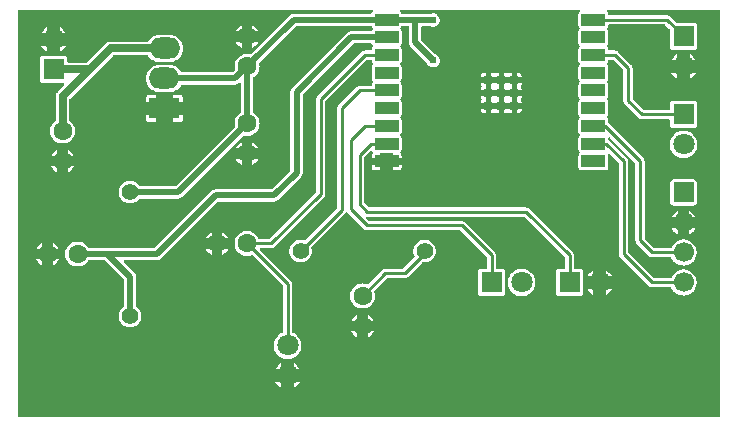
<source format=gtl>
G04 Layer: TopLayer*
G04 EasyEDA v6.5.40, 2024-08-20 21:44:02*
G04 Gerber Generator version 0.2*
G04 Scale: 100 percent, Rotated: No, Reflected: No *
G04 Dimensions in inches *
G04 leading zeros omitted , absolute positions ,3 integer and 6 decimal *
%FSLAX36Y36*%
%MOIN*%

%ADD10C,0.0200*%
%ADD11C,0.0250*%
%ADD12C,0.0100*%
%ADD13R,0.0787X0.0394*%
%ADD14R,0.0276X0.0276*%
%ADD15C,0.0630*%
%ADD16C,0.0709*%
%ADD17R,0.0709X0.0709*%
%ADD18R,0.0669X0.0669*%
%ADD19C,0.0669*%
%ADD20C,0.0551*%
%ADD21O,0.10236200000000001X0.070866*%
%ADD22R,0.1024X0.0709*%
%ADD23C,0.0244*%
%ADD24C,0.0171*%

%LPD*%
G36*
X14200Y-1367760D02*
G01*
X12660Y-1367440D01*
X11379Y-1366579D01*
X10500Y-1365280D01*
X10200Y-1363760D01*
X10200Y-14200D01*
X10500Y-12660D01*
X11379Y-11379D01*
X12660Y-10500D01*
X14200Y-10200D01*
X1191080Y-10200D01*
X1192600Y-10500D01*
X1193900Y-11379D01*
X1194780Y-12660D01*
X1195080Y-14200D01*
X1194780Y-15740D01*
X1193900Y-17020D01*
X1193180Y-17740D01*
X1191980Y-19680D01*
X1191540Y-20900D01*
X1190700Y-22300D01*
X1189380Y-23240D01*
X1187780Y-23580D01*
X931300Y-23580D01*
X929460Y-23660D01*
X927720Y-23900D01*
X926000Y-24280D01*
X924320Y-24800D01*
X922680Y-25480D01*
X921120Y-26280D01*
X919640Y-27240D01*
X918240Y-28300D01*
X916880Y-29560D01*
X788060Y-158380D01*
X787000Y-159140D01*
X785759Y-159500D01*
X784460Y-159460D01*
X780440Y-158660D01*
X775000Y-158320D01*
X769560Y-158660D01*
X764220Y-159740D01*
X759040Y-161480D01*
X754160Y-163900D01*
X749620Y-166920D01*
X745520Y-170520D01*
X741919Y-174620D01*
X738900Y-179160D01*
X736480Y-184040D01*
X734740Y-189220D01*
X733660Y-194560D01*
X733319Y-200000D01*
X733660Y-205440D01*
X734460Y-209460D01*
X734500Y-210760D01*
X734140Y-212000D01*
X733379Y-213060D01*
X727800Y-218640D01*
X726500Y-219500D01*
X724960Y-219820D01*
X558780Y-219820D01*
X557380Y-219560D01*
X556160Y-218840D01*
X555280Y-217740D01*
X554080Y-215560D01*
X550700Y-210920D01*
X546780Y-206740D01*
X542380Y-203100D01*
X537540Y-200020D01*
X532340Y-197580D01*
X526900Y-195820D01*
X521280Y-194740D01*
X515420Y-194380D01*
X484180Y-194380D01*
X478340Y-194740D01*
X472720Y-195820D01*
X467260Y-197580D01*
X462080Y-200020D01*
X457239Y-203100D01*
X452819Y-206740D01*
X448900Y-210920D01*
X445540Y-215560D01*
X442780Y-220580D01*
X440660Y-225900D01*
X439240Y-231460D01*
X438519Y-237140D01*
X438519Y-242860D01*
X439240Y-248560D01*
X440660Y-254100D01*
X442780Y-259440D01*
X445540Y-264460D01*
X448900Y-269080D01*
X452819Y-273260D01*
X457239Y-276920D01*
X462080Y-279980D01*
X467260Y-282420D01*
X472720Y-284200D01*
X478340Y-285280D01*
X484180Y-285640D01*
X515420Y-285640D01*
X521280Y-285280D01*
X526900Y-284200D01*
X532340Y-282420D01*
X537540Y-279980D01*
X542380Y-276920D01*
X546780Y-273260D01*
X550700Y-269080D01*
X554080Y-264460D01*
X555260Y-262280D01*
X556160Y-261180D01*
X557380Y-260460D01*
X558780Y-260219D01*
X734900Y-260219D01*
X736760Y-260120D01*
X738500Y-259899D01*
X740220Y-259520D01*
X741900Y-258980D01*
X743520Y-258320D01*
X745080Y-257500D01*
X746540Y-256580D01*
X748300Y-255159D01*
X749620Y-254480D01*
X751100Y-254300D01*
X752540Y-254680D01*
X753740Y-255580D01*
X754520Y-256840D01*
X754800Y-258299D01*
X754800Y-351320D01*
X754580Y-352620D01*
X753980Y-353760D01*
X753020Y-354660D01*
X749620Y-356920D01*
X745520Y-360520D01*
X741919Y-364620D01*
X738900Y-369159D01*
X736480Y-374040D01*
X734740Y-379219D01*
X733660Y-384560D01*
X733319Y-390000D01*
X733660Y-395439D01*
X734460Y-399460D01*
X734500Y-400760D01*
X734140Y-402000D01*
X733379Y-403060D01*
X537800Y-598620D01*
X536500Y-599500D01*
X534980Y-599800D01*
X420080Y-599800D01*
X418740Y-599560D01*
X417540Y-598900D01*
X416659Y-597880D01*
X415840Y-596540D01*
X412580Y-592540D01*
X408820Y-589020D01*
X404620Y-586060D01*
X400040Y-583680D01*
X395180Y-581960D01*
X390140Y-580900D01*
X385000Y-580560D01*
X379860Y-580900D01*
X374820Y-581960D01*
X369960Y-583680D01*
X365379Y-586060D01*
X361180Y-589020D01*
X357420Y-592540D01*
X354159Y-596540D01*
X351480Y-600940D01*
X349440Y-605660D01*
X348040Y-610620D01*
X347340Y-615740D01*
X347340Y-620880D01*
X348040Y-625980D01*
X349440Y-630940D01*
X351480Y-635680D01*
X354159Y-640080D01*
X357420Y-644080D01*
X361180Y-647580D01*
X365379Y-650560D01*
X369960Y-652940D01*
X374820Y-654659D01*
X379860Y-655699D01*
X385000Y-656060D01*
X390140Y-655699D01*
X395180Y-654659D01*
X400040Y-652940D01*
X404620Y-650560D01*
X408820Y-647580D01*
X412580Y-644080D01*
X414540Y-641680D01*
X415920Y-640580D01*
X417640Y-640200D01*
X544920Y-640200D01*
X546760Y-640120D01*
X548500Y-639880D01*
X550220Y-639500D01*
X551900Y-638980D01*
X553540Y-638300D01*
X555100Y-637500D01*
X556580Y-636540D01*
X557980Y-635480D01*
X559340Y-634220D01*
X761940Y-431620D01*
X763000Y-430860D01*
X764240Y-430500D01*
X765540Y-430540D01*
X769560Y-431340D01*
X775000Y-431680D01*
X780440Y-431340D01*
X785780Y-430260D01*
X790960Y-428519D01*
X795840Y-426100D01*
X800380Y-423080D01*
X804479Y-419480D01*
X808080Y-415379D01*
X811100Y-410840D01*
X813520Y-405959D01*
X815260Y-400780D01*
X816340Y-395439D01*
X816680Y-390000D01*
X816340Y-384560D01*
X815260Y-379219D01*
X813520Y-374040D01*
X811100Y-369159D01*
X808080Y-364620D01*
X804479Y-360520D01*
X800380Y-356920D01*
X796979Y-354660D01*
X796020Y-353760D01*
X795420Y-352620D01*
X795200Y-351320D01*
X795200Y-238680D01*
X795420Y-237380D01*
X796020Y-236240D01*
X796979Y-235340D01*
X800380Y-233080D01*
X804479Y-229480D01*
X808080Y-225380D01*
X811100Y-220840D01*
X813520Y-215960D01*
X815260Y-210780D01*
X816340Y-205440D01*
X816680Y-200000D01*
X816340Y-194560D01*
X815540Y-190539D01*
X815500Y-189240D01*
X815860Y-188000D01*
X816620Y-186940D01*
X938420Y-65160D01*
X939720Y-64280D01*
X941240Y-63980D01*
X1187780Y-63980D01*
X1189380Y-64320D01*
X1190700Y-65260D01*
X1191540Y-66660D01*
X1191980Y-67880D01*
X1193180Y-69800D01*
X1193860Y-70480D01*
X1194720Y-71780D01*
X1195020Y-73300D01*
X1194720Y-74840D01*
X1193860Y-76140D01*
X1193180Y-76800D01*
X1191980Y-78740D01*
X1191540Y-79960D01*
X1190700Y-81359D01*
X1189380Y-82300D01*
X1187780Y-82640D01*
X1122260Y-82640D01*
X1120400Y-82720D01*
X1118660Y-82940D01*
X1116940Y-83320D01*
X1115260Y-83859D01*
X1113640Y-84520D01*
X1112080Y-85340D01*
X1110580Y-86280D01*
X1109180Y-87360D01*
X1107820Y-88600D01*
X925780Y-270660D01*
X924520Y-272020D01*
X923460Y-273420D01*
X922500Y-274900D01*
X921700Y-276460D01*
X921020Y-278100D01*
X920500Y-279780D01*
X920120Y-281500D01*
X919880Y-283240D01*
X919800Y-285080D01*
X919800Y-544980D01*
X919500Y-546500D01*
X918620Y-547800D01*
X857800Y-608620D01*
X856500Y-609500D01*
X854980Y-609800D01*
X670080Y-609800D01*
X668240Y-609880D01*
X666500Y-610120D01*
X664780Y-610500D01*
X663100Y-611020D01*
X661460Y-611700D01*
X659900Y-612500D01*
X658420Y-613460D01*
X657020Y-614520D01*
X655660Y-615780D01*
X467800Y-803620D01*
X466500Y-804500D01*
X464980Y-804800D01*
X248680Y-804800D01*
X247380Y-804580D01*
X246240Y-803980D01*
X245340Y-803020D01*
X243080Y-799620D01*
X239480Y-795520D01*
X235380Y-791919D01*
X230840Y-788900D01*
X225960Y-786480D01*
X220780Y-784740D01*
X215440Y-783660D01*
X210000Y-783319D01*
X204560Y-783660D01*
X199220Y-784740D01*
X194040Y-786480D01*
X189160Y-788900D01*
X184620Y-791919D01*
X180520Y-795520D01*
X176920Y-799620D01*
X173900Y-804160D01*
X171480Y-809040D01*
X169740Y-814220D01*
X168660Y-819560D01*
X168320Y-825000D01*
X168660Y-830440D01*
X169740Y-835780D01*
X171480Y-840960D01*
X173900Y-845840D01*
X176920Y-850380D01*
X180520Y-854479D01*
X184620Y-858080D01*
X189160Y-861100D01*
X194040Y-863520D01*
X199220Y-865260D01*
X204560Y-866340D01*
X210000Y-866680D01*
X215440Y-866340D01*
X220780Y-865260D01*
X225960Y-863520D01*
X230840Y-861100D01*
X235380Y-858080D01*
X239480Y-854479D01*
X243080Y-850380D01*
X245340Y-846979D01*
X246240Y-846020D01*
X247380Y-845420D01*
X248680Y-845200D01*
X299400Y-845200D01*
X300920Y-845500D01*
X302220Y-846380D01*
X363620Y-907780D01*
X364500Y-909080D01*
X364799Y-910600D01*
X364799Y-997780D01*
X364600Y-999040D01*
X364020Y-1000160D01*
X363100Y-1001040D01*
X361180Y-1002420D01*
X357420Y-1005920D01*
X354159Y-1009920D01*
X351480Y-1014320D01*
X349440Y-1019060D01*
X348040Y-1024020D01*
X347340Y-1029120D01*
X347340Y-1034260D01*
X348040Y-1039380D01*
X349440Y-1044340D01*
X351480Y-1049060D01*
X354159Y-1053460D01*
X357420Y-1057460D01*
X361180Y-1060980D01*
X365379Y-1063940D01*
X369960Y-1066320D01*
X374820Y-1068040D01*
X379860Y-1069100D01*
X385000Y-1069440D01*
X390140Y-1069100D01*
X395180Y-1068040D01*
X400040Y-1066320D01*
X404620Y-1063940D01*
X408820Y-1060980D01*
X412580Y-1057460D01*
X415840Y-1053460D01*
X418519Y-1049060D01*
X420580Y-1044340D01*
X421960Y-1039380D01*
X422660Y-1034260D01*
X422660Y-1029120D01*
X421960Y-1024020D01*
X420580Y-1019060D01*
X418519Y-1014320D01*
X415840Y-1009920D01*
X412580Y-1005920D01*
X408820Y-1002420D01*
X406900Y-1001040D01*
X405980Y-1000160D01*
X405400Y-999040D01*
X405200Y-997780D01*
X405200Y-900680D01*
X405120Y-898820D01*
X404880Y-897080D01*
X404500Y-895360D01*
X403980Y-893680D01*
X403300Y-892039D01*
X402500Y-890480D01*
X401540Y-889000D01*
X400480Y-887600D01*
X399219Y-886240D01*
X365020Y-852020D01*
X364140Y-850740D01*
X363840Y-849200D01*
X364140Y-847660D01*
X365020Y-846380D01*
X366300Y-845500D01*
X367840Y-845200D01*
X474920Y-845200D01*
X476760Y-845120D01*
X478500Y-844880D01*
X480220Y-844500D01*
X481900Y-843980D01*
X483540Y-843300D01*
X485100Y-842500D01*
X486580Y-841540D01*
X487980Y-840480D01*
X489340Y-839220D01*
X677200Y-651380D01*
X678500Y-650500D01*
X680020Y-650200D01*
X864920Y-650200D01*
X866760Y-650120D01*
X868500Y-649880D01*
X870220Y-649500D01*
X871900Y-648980D01*
X873540Y-648300D01*
X875100Y-647500D01*
X876580Y-646540D01*
X877980Y-645480D01*
X879340Y-644220D01*
X954220Y-569340D01*
X955480Y-567980D01*
X956540Y-566580D01*
X957500Y-565100D01*
X958300Y-563540D01*
X958980Y-561900D01*
X959500Y-560220D01*
X959880Y-558500D01*
X960120Y-556760D01*
X960200Y-554920D01*
X960200Y-295020D01*
X960500Y-293500D01*
X961380Y-292200D01*
X1129360Y-124200D01*
X1130660Y-123340D01*
X1132200Y-123040D01*
X1187780Y-123040D01*
X1189380Y-123360D01*
X1190700Y-124300D01*
X1191540Y-125700D01*
X1191980Y-126940D01*
X1193180Y-128859D01*
X1193860Y-129540D01*
X1194720Y-130820D01*
X1195020Y-132360D01*
X1194720Y-133880D01*
X1193860Y-135180D01*
X1193180Y-135860D01*
X1191980Y-137780D01*
X1191240Y-139900D01*
X1190920Y-143080D01*
X1190520Y-144480D01*
X1189620Y-145660D01*
X1188380Y-146420D01*
X1186940Y-146700D01*
X1168300Y-146700D01*
X1165140Y-147000D01*
X1162300Y-147860D01*
X1159680Y-149260D01*
X1157220Y-151280D01*
X1009400Y-299120D01*
X1007380Y-301560D01*
X1005980Y-304200D01*
X1005120Y-307040D01*
X1004800Y-310200D01*
X1004800Y-617040D01*
X1004500Y-618580D01*
X1003620Y-619880D01*
X849880Y-773620D01*
X848580Y-774500D01*
X847039Y-774800D01*
X816380Y-774800D01*
X814920Y-774520D01*
X813680Y-773740D01*
X812780Y-772560D01*
X811100Y-769160D01*
X808080Y-764620D01*
X804479Y-760520D01*
X800380Y-756919D01*
X795840Y-753900D01*
X790960Y-751480D01*
X785780Y-749740D01*
X780440Y-748660D01*
X775000Y-748319D01*
X769560Y-748660D01*
X764220Y-749740D01*
X759040Y-751480D01*
X754160Y-753900D01*
X749620Y-756919D01*
X745520Y-760520D01*
X741919Y-764620D01*
X738900Y-769160D01*
X736480Y-774040D01*
X734740Y-779220D01*
X733660Y-784560D01*
X733319Y-790000D01*
X733660Y-795440D01*
X734740Y-800780D01*
X736480Y-805960D01*
X738900Y-810840D01*
X741919Y-815380D01*
X745520Y-819479D01*
X749620Y-823080D01*
X754160Y-826100D01*
X759040Y-828520D01*
X764220Y-830260D01*
X769560Y-831340D01*
X775000Y-831680D01*
X780440Y-831340D01*
X785780Y-830260D01*
X789400Y-829040D01*
X790860Y-828840D01*
X792280Y-829180D01*
X793500Y-830000D01*
X893620Y-930120D01*
X894500Y-931420D01*
X894800Y-932960D01*
X894800Y-1084280D01*
X894520Y-1085760D01*
X893720Y-1087020D01*
X892500Y-1087900D01*
X888020Y-1090020D01*
X883180Y-1093080D01*
X878760Y-1096740D01*
X874840Y-1100920D01*
X871480Y-1105560D01*
X868720Y-1110580D01*
X866600Y-1115900D01*
X865180Y-1121460D01*
X864460Y-1127140D01*
X864460Y-1132860D01*
X865180Y-1138540D01*
X866600Y-1144100D01*
X868720Y-1149420D01*
X871480Y-1154440D01*
X874840Y-1159080D01*
X878760Y-1163260D01*
X883180Y-1166920D01*
X888020Y-1169980D01*
X893199Y-1172420D01*
X898660Y-1174200D01*
X904280Y-1175260D01*
X910000Y-1175620D01*
X915720Y-1175260D01*
X921340Y-1174200D01*
X926800Y-1172420D01*
X931979Y-1169980D01*
X936820Y-1166920D01*
X941240Y-1163260D01*
X945160Y-1159080D01*
X948520Y-1154440D01*
X951280Y-1149420D01*
X953400Y-1144100D01*
X954820Y-1138540D01*
X955540Y-1132860D01*
X955540Y-1127140D01*
X954820Y-1121460D01*
X953400Y-1115900D01*
X951280Y-1110580D01*
X948520Y-1105560D01*
X945160Y-1100920D01*
X941240Y-1096740D01*
X936820Y-1093080D01*
X931979Y-1090020D01*
X927500Y-1087900D01*
X926280Y-1087020D01*
X925480Y-1085760D01*
X925200Y-1084280D01*
X925200Y-925200D01*
X924880Y-922039D01*
X924020Y-919200D01*
X922620Y-916560D01*
X920600Y-914120D01*
X818520Y-812020D01*
X817660Y-810740D01*
X817360Y-809200D01*
X817660Y-807660D01*
X818520Y-806380D01*
X819820Y-805500D01*
X821360Y-805200D01*
X854800Y-805200D01*
X857960Y-804880D01*
X860800Y-804020D01*
X863439Y-802620D01*
X865879Y-800600D01*
X1030600Y-635880D01*
X1032620Y-633440D01*
X1034020Y-630800D01*
X1034880Y-627960D01*
X1035200Y-624800D01*
X1035200Y-317960D01*
X1035500Y-316420D01*
X1036380Y-315120D01*
X1173240Y-178260D01*
X1174540Y-177399D01*
X1176060Y-177100D01*
X1186940Y-177100D01*
X1188380Y-177360D01*
X1189620Y-178120D01*
X1190520Y-179300D01*
X1190920Y-180700D01*
X1191240Y-183860D01*
X1191980Y-185980D01*
X1193180Y-187920D01*
X1193860Y-188580D01*
X1194720Y-189880D01*
X1195020Y-191420D01*
X1194720Y-192940D01*
X1193860Y-194240D01*
X1193180Y-194920D01*
X1191980Y-196840D01*
X1191220Y-199000D01*
X1190940Y-201480D01*
X1190940Y-240400D01*
X1191220Y-242900D01*
X1191980Y-245040D01*
X1193180Y-246960D01*
X1193860Y-247640D01*
X1194720Y-248939D01*
X1195020Y-250460D01*
X1194720Y-252000D01*
X1193860Y-253299D01*
X1193180Y-253960D01*
X1191980Y-255900D01*
X1191240Y-258020D01*
X1190920Y-261180D01*
X1190520Y-262600D01*
X1189620Y-263760D01*
X1188380Y-264540D01*
X1186940Y-264800D01*
X1150200Y-264800D01*
X1147040Y-265120D01*
X1144200Y-265980D01*
X1141560Y-267380D01*
X1139120Y-269400D01*
X1079400Y-329120D01*
X1077380Y-331560D01*
X1075980Y-334200D01*
X1075120Y-337040D01*
X1074800Y-340200D01*
X1074800Y-670360D01*
X1074500Y-671880D01*
X1073620Y-673180D01*
X968720Y-778080D01*
X967580Y-778900D01*
X966220Y-779240D01*
X964820Y-779120D01*
X960980Y-778040D01*
X955879Y-777340D01*
X950740Y-777340D01*
X945620Y-778040D01*
X940660Y-779440D01*
X935939Y-781480D01*
X931540Y-784160D01*
X927540Y-787420D01*
X924020Y-791180D01*
X921060Y-795380D01*
X918680Y-799960D01*
X916960Y-804820D01*
X915900Y-809860D01*
X915560Y-815000D01*
X915900Y-820140D01*
X916960Y-825180D01*
X918680Y-830040D01*
X921060Y-834620D01*
X924020Y-838820D01*
X927540Y-842580D01*
X931540Y-845840D01*
X935939Y-848520D01*
X940660Y-850580D01*
X945620Y-851960D01*
X950740Y-852660D01*
X955879Y-852660D01*
X960980Y-851960D01*
X965939Y-850580D01*
X970680Y-848520D01*
X975080Y-845840D01*
X979080Y-842580D01*
X982580Y-838820D01*
X985560Y-834620D01*
X987940Y-830040D01*
X989659Y-825180D01*
X990699Y-820140D01*
X991060Y-815000D01*
X990699Y-809860D01*
X989659Y-804820D01*
X989280Y-803760D01*
X989060Y-802280D01*
X989380Y-800819D01*
X990220Y-799580D01*
X1100600Y-689200D01*
X1103340Y-685960D01*
X1105080Y-684800D01*
X1106560Y-684580D01*
X1108020Y-684900D01*
X1109260Y-685740D01*
X1164120Y-740600D01*
X1166560Y-742620D01*
X1169200Y-744020D01*
X1172040Y-744880D01*
X1175200Y-745200D01*
X1482040Y-745200D01*
X1483580Y-745500D01*
X1484880Y-746380D01*
X1573620Y-835120D01*
X1574500Y-836420D01*
X1574800Y-837960D01*
X1574800Y-870360D01*
X1574500Y-871900D01*
X1573620Y-873199D01*
X1572340Y-874060D01*
X1570800Y-874360D01*
X1554800Y-874360D01*
X1552300Y-874640D01*
X1550160Y-875400D01*
X1548220Y-876620D01*
X1546620Y-878220D01*
X1545400Y-880160D01*
X1544640Y-882300D01*
X1544360Y-884800D01*
X1544360Y-955200D01*
X1544640Y-957700D01*
X1545400Y-959840D01*
X1546620Y-961780D01*
X1548220Y-963379D01*
X1550160Y-964599D01*
X1552300Y-965360D01*
X1554800Y-965639D01*
X1625200Y-965639D01*
X1627700Y-965360D01*
X1629840Y-964599D01*
X1631780Y-963379D01*
X1633380Y-961780D01*
X1634600Y-959840D01*
X1635360Y-957700D01*
X1635640Y-955200D01*
X1635640Y-884800D01*
X1635360Y-882300D01*
X1634600Y-880160D01*
X1633380Y-878220D01*
X1631780Y-876620D01*
X1629840Y-875400D01*
X1627700Y-874640D01*
X1625200Y-874360D01*
X1609199Y-874360D01*
X1607660Y-874060D01*
X1606380Y-873199D01*
X1605500Y-871900D01*
X1605200Y-870360D01*
X1605200Y-830200D01*
X1604880Y-827039D01*
X1604019Y-824200D01*
X1602620Y-821560D01*
X1600600Y-819120D01*
X1500880Y-719400D01*
X1498440Y-717380D01*
X1495800Y-715980D01*
X1492960Y-715120D01*
X1489800Y-714800D01*
X1182960Y-714800D01*
X1181420Y-714500D01*
X1180120Y-713620D01*
X1173520Y-707020D01*
X1172660Y-705740D01*
X1172360Y-704200D01*
X1172660Y-702660D01*
X1173520Y-701380D01*
X1174820Y-700500D01*
X1176360Y-700200D01*
X1697040Y-700200D01*
X1698580Y-700500D01*
X1699880Y-701380D01*
X1833620Y-835120D01*
X1834500Y-836420D01*
X1834800Y-837960D01*
X1834800Y-870360D01*
X1834500Y-871900D01*
X1833620Y-873199D01*
X1832340Y-874060D01*
X1830800Y-874360D01*
X1814800Y-874360D01*
X1812300Y-874640D01*
X1810160Y-875400D01*
X1808220Y-876620D01*
X1806620Y-878220D01*
X1805400Y-880160D01*
X1804640Y-882300D01*
X1804360Y-884800D01*
X1804360Y-955200D01*
X1804640Y-957700D01*
X1805400Y-959840D01*
X1806620Y-961780D01*
X1808220Y-963379D01*
X1810160Y-964599D01*
X1812300Y-965360D01*
X1814800Y-965639D01*
X1885200Y-965639D01*
X1887700Y-965360D01*
X1889840Y-964599D01*
X1891780Y-963379D01*
X1893380Y-961780D01*
X1894600Y-959840D01*
X1895360Y-957700D01*
X1895640Y-955200D01*
X1895640Y-884800D01*
X1895360Y-882300D01*
X1894600Y-880160D01*
X1893380Y-878220D01*
X1891780Y-876620D01*
X1889840Y-875400D01*
X1887700Y-874640D01*
X1885200Y-874360D01*
X1869199Y-874360D01*
X1867660Y-874060D01*
X1866380Y-873199D01*
X1865500Y-871900D01*
X1865200Y-870360D01*
X1865200Y-830200D01*
X1864880Y-827039D01*
X1864019Y-824200D01*
X1862620Y-821560D01*
X1860600Y-819120D01*
X1715880Y-674400D01*
X1713440Y-672380D01*
X1710800Y-670980D01*
X1707960Y-670120D01*
X1704800Y-669800D01*
X1182960Y-669800D01*
X1181420Y-669500D01*
X1180120Y-668620D01*
X1166380Y-654880D01*
X1165500Y-653580D01*
X1165200Y-652039D01*
X1165200Y-502960D01*
X1165500Y-501420D01*
X1166380Y-500120D01*
X1185820Y-480660D01*
X1187000Y-479860D01*
X1188380Y-479500D01*
X1189800Y-479660D01*
X1191080Y-480319D01*
X1192040Y-481360D01*
X1193180Y-483200D01*
X1193860Y-483860D01*
X1194720Y-485160D01*
X1195020Y-486680D01*
X1194720Y-488220D01*
X1193860Y-489520D01*
X1193180Y-490180D01*
X1191980Y-492120D01*
X1191220Y-494260D01*
X1190940Y-496760D01*
X1190940Y-503880D01*
X1218320Y-503880D01*
X1218320Y-491040D01*
X1218640Y-489520D01*
X1219500Y-488220D01*
X1220800Y-487360D01*
X1222320Y-487040D01*
X1258700Y-487040D01*
X1260220Y-487360D01*
X1261520Y-488220D01*
X1262400Y-489520D01*
X1262700Y-491040D01*
X1262700Y-503880D01*
X1290080Y-503880D01*
X1290080Y-496760D01*
X1289800Y-494260D01*
X1289040Y-492120D01*
X1287840Y-490180D01*
X1287160Y-489520D01*
X1286300Y-488220D01*
X1286000Y-486680D01*
X1286300Y-485160D01*
X1287160Y-483860D01*
X1287840Y-483200D01*
X1289040Y-481260D01*
X1289800Y-479120D01*
X1290080Y-476620D01*
X1290080Y-437700D01*
X1289800Y-435220D01*
X1289040Y-433060D01*
X1287840Y-431140D01*
X1287160Y-430460D01*
X1286300Y-429159D01*
X1286000Y-427640D01*
X1286300Y-426100D01*
X1287160Y-424799D01*
X1287840Y-424140D01*
X1289040Y-422200D01*
X1289800Y-420060D01*
X1290080Y-417560D01*
X1290080Y-378640D01*
X1289800Y-376160D01*
X1289040Y-374000D01*
X1287840Y-372080D01*
X1287160Y-371400D01*
X1286300Y-370120D01*
X1286000Y-368579D01*
X1286300Y-367040D01*
X1287160Y-365760D01*
X1287840Y-365080D01*
X1289040Y-363160D01*
X1289800Y-361000D01*
X1290080Y-358519D01*
X1290080Y-319600D01*
X1289800Y-317100D01*
X1289040Y-314960D01*
X1287840Y-313020D01*
X1287160Y-312360D01*
X1286300Y-311060D01*
X1286000Y-309520D01*
X1286300Y-308000D01*
X1287160Y-306700D01*
X1287840Y-306020D01*
X1289040Y-304100D01*
X1289800Y-301940D01*
X1290080Y-299460D01*
X1290080Y-260539D01*
X1289800Y-258039D01*
X1289040Y-255900D01*
X1287840Y-253960D01*
X1287160Y-253299D01*
X1286300Y-252000D01*
X1286000Y-250460D01*
X1286300Y-248939D01*
X1287160Y-247640D01*
X1287840Y-246960D01*
X1289040Y-245040D01*
X1289800Y-242900D01*
X1290080Y-240400D01*
X1290080Y-201480D01*
X1289800Y-199000D01*
X1289040Y-196840D01*
X1287840Y-194920D01*
X1287160Y-194240D01*
X1286300Y-192940D01*
X1286000Y-191420D01*
X1286300Y-189880D01*
X1287160Y-188580D01*
X1287840Y-187920D01*
X1289040Y-185980D01*
X1289800Y-183840D01*
X1290080Y-181340D01*
X1290080Y-142420D01*
X1289800Y-139940D01*
X1289040Y-137780D01*
X1287840Y-135860D01*
X1287160Y-135180D01*
X1286300Y-133880D01*
X1286000Y-132360D01*
X1286300Y-130820D01*
X1287160Y-129540D01*
X1287840Y-128859D01*
X1289040Y-126940D01*
X1289800Y-124780D01*
X1290080Y-122300D01*
X1290080Y-83379D01*
X1289800Y-80879D01*
X1289040Y-78740D01*
X1287840Y-76800D01*
X1287160Y-76140D01*
X1286300Y-74840D01*
X1286000Y-73300D01*
X1286300Y-71780D01*
X1287160Y-70480D01*
X1287840Y-69800D01*
X1289900Y-66480D01*
X1291220Y-65540D01*
X1292820Y-65199D01*
X1311399Y-65199D01*
X1312940Y-65500D01*
X1314259Y-66380D01*
X1315120Y-67700D01*
X1315400Y-69240D01*
X1314800Y-119660D01*
X1314880Y-121780D01*
X1315060Y-123240D01*
X1315500Y-125260D01*
X1315940Y-126660D01*
X1316699Y-128560D01*
X1317380Y-129860D01*
X1318460Y-131600D01*
X1319360Y-132780D01*
X1320780Y-134360D01*
X1373380Y-186940D01*
X1374319Y-188440D01*
X1374600Y-189220D01*
X1376440Y-192540D01*
X1378839Y-195500D01*
X1381680Y-198000D01*
X1384920Y-200000D01*
X1388440Y-201400D01*
X1392160Y-202200D01*
X1395960Y-202380D01*
X1399720Y-201880D01*
X1403340Y-200780D01*
X1406740Y-199060D01*
X1409800Y-196800D01*
X1412420Y-194060D01*
X1414540Y-190920D01*
X1416120Y-187460D01*
X1417060Y-183780D01*
X1417400Y-180000D01*
X1417060Y-176220D01*
X1416120Y-172540D01*
X1414540Y-169080D01*
X1412420Y-165940D01*
X1409800Y-163200D01*
X1406759Y-160940D01*
X1402900Y-159020D01*
X1401840Y-158280D01*
X1356500Y-112920D01*
X1355620Y-111600D01*
X1355320Y-110040D01*
X1355820Y-69160D01*
X1356120Y-67640D01*
X1357000Y-66360D01*
X1358300Y-65500D01*
X1359820Y-65199D01*
X1384660Y-65199D01*
X1386160Y-65480D01*
X1388440Y-66400D01*
X1392160Y-67200D01*
X1395960Y-67380D01*
X1399720Y-66880D01*
X1403340Y-65780D01*
X1406740Y-64060D01*
X1409800Y-61800D01*
X1412420Y-59060D01*
X1414540Y-55920D01*
X1416120Y-52460D01*
X1417060Y-48780D01*
X1417400Y-45000D01*
X1417060Y-41220D01*
X1416120Y-37540D01*
X1414540Y-34080D01*
X1412420Y-30940D01*
X1409800Y-28200D01*
X1406740Y-25940D01*
X1403340Y-24220D01*
X1399720Y-23120D01*
X1395960Y-22620D01*
X1392160Y-22799D01*
X1388440Y-23600D01*
X1386160Y-24520D01*
X1384660Y-24800D01*
X1293680Y-24800D01*
X1292080Y-24460D01*
X1290740Y-23520D01*
X1289900Y-22120D01*
X1289040Y-19680D01*
X1287840Y-17740D01*
X1287120Y-17020D01*
X1286260Y-15740D01*
X1285940Y-14200D01*
X1286260Y-12660D01*
X1287120Y-11379D01*
X1288420Y-10500D01*
X1289940Y-10200D01*
X1880060Y-10200D01*
X1881579Y-10500D01*
X1882880Y-11379D01*
X1883740Y-12660D01*
X1884060Y-14200D01*
X1883740Y-15740D01*
X1882880Y-17020D01*
X1882160Y-17740D01*
X1880960Y-19680D01*
X1880200Y-21820D01*
X1879920Y-24320D01*
X1879920Y-63240D01*
X1880200Y-65720D01*
X1880960Y-67880D01*
X1882160Y-69800D01*
X1882840Y-70480D01*
X1883700Y-71780D01*
X1884000Y-73300D01*
X1883700Y-74840D01*
X1882840Y-76140D01*
X1882160Y-76800D01*
X1880960Y-78740D01*
X1880200Y-80879D01*
X1879920Y-83379D01*
X1879920Y-122300D01*
X1880200Y-124780D01*
X1880960Y-126940D01*
X1882160Y-128859D01*
X1882840Y-129540D01*
X1883700Y-130820D01*
X1884000Y-132360D01*
X1883700Y-133880D01*
X1882840Y-135180D01*
X1882160Y-135860D01*
X1880960Y-137780D01*
X1880200Y-139940D01*
X1879920Y-142420D01*
X1879920Y-181340D01*
X1880200Y-183840D01*
X1880960Y-185980D01*
X1882160Y-187920D01*
X1882840Y-188580D01*
X1883700Y-189880D01*
X1884000Y-191420D01*
X1883700Y-192940D01*
X1882840Y-194240D01*
X1882160Y-194920D01*
X1880960Y-196840D01*
X1880200Y-199000D01*
X1879920Y-201480D01*
X1879920Y-240400D01*
X1880200Y-242900D01*
X1880960Y-245040D01*
X1882160Y-246960D01*
X1882840Y-247640D01*
X1883700Y-248939D01*
X1884000Y-250460D01*
X1883700Y-252000D01*
X1882840Y-253299D01*
X1882160Y-253960D01*
X1880960Y-255900D01*
X1880200Y-258039D01*
X1879920Y-260539D01*
X1879920Y-299460D01*
X1880200Y-301940D01*
X1880960Y-304100D01*
X1882160Y-306020D01*
X1882840Y-306700D01*
X1883700Y-308000D01*
X1884000Y-309520D01*
X1883700Y-311060D01*
X1882840Y-312360D01*
X1882160Y-313020D01*
X1880960Y-314960D01*
X1880200Y-317100D01*
X1879920Y-319600D01*
X1879920Y-358519D01*
X1880200Y-361000D01*
X1880960Y-363160D01*
X1882160Y-365080D01*
X1882840Y-365760D01*
X1883700Y-367040D01*
X1884000Y-368579D01*
X1883700Y-370120D01*
X1882840Y-371400D01*
X1882160Y-372080D01*
X1880960Y-374000D01*
X1880200Y-376160D01*
X1879920Y-378640D01*
X1879920Y-417560D01*
X1880200Y-420060D01*
X1880960Y-422200D01*
X1882160Y-424140D01*
X1882840Y-424799D01*
X1883700Y-426100D01*
X1884000Y-427640D01*
X1883700Y-429159D01*
X1882840Y-430460D01*
X1882160Y-431140D01*
X1880960Y-433060D01*
X1880200Y-435220D01*
X1879920Y-437700D01*
X1879920Y-476620D01*
X1880200Y-479120D01*
X1880960Y-481260D01*
X1882160Y-483200D01*
X1882840Y-483860D01*
X1883700Y-485160D01*
X1884000Y-486680D01*
X1883700Y-488220D01*
X1882840Y-489520D01*
X1882160Y-490180D01*
X1880960Y-492120D01*
X1880200Y-494260D01*
X1879920Y-496760D01*
X1879920Y-535680D01*
X1880200Y-538160D01*
X1880960Y-540320D01*
X1882160Y-542240D01*
X1883779Y-543860D01*
X1885700Y-545060D01*
X1887860Y-545820D01*
X1890340Y-546100D01*
X1968640Y-546100D01*
X1971120Y-545820D01*
X1973280Y-545060D01*
X1975200Y-543860D01*
X1976819Y-542240D01*
X1978020Y-540320D01*
X1978779Y-538160D01*
X1979060Y-535680D01*
X1979060Y-496760D01*
X1978920Y-495500D01*
X1979060Y-493860D01*
X1979860Y-492440D01*
X1981160Y-491440D01*
X1982740Y-491040D01*
X1984360Y-491320D01*
X1985720Y-492220D01*
X2013620Y-520120D01*
X2014500Y-521420D01*
X2014800Y-522960D01*
X2014800Y-824800D01*
X2015120Y-827960D01*
X2015980Y-830800D01*
X2017380Y-833439D01*
X2019400Y-835879D01*
X2114120Y-930600D01*
X2116560Y-932620D01*
X2119200Y-934020D01*
X2122040Y-934880D01*
X2125200Y-935200D01*
X2186380Y-935200D01*
X2187800Y-935460D01*
X2189040Y-936220D01*
X2189940Y-937360D01*
X2192680Y-942640D01*
X2195860Y-947220D01*
X2199620Y-951360D01*
X2203880Y-954980D01*
X2208580Y-958040D01*
X2213620Y-960460D01*
X2218920Y-962220D01*
X2224420Y-963300D01*
X2230000Y-963660D01*
X2235580Y-963300D01*
X2241080Y-962220D01*
X2246380Y-960460D01*
X2251420Y-958040D01*
X2256120Y-954980D01*
X2260380Y-951360D01*
X2264140Y-947220D01*
X2267340Y-942640D01*
X2269920Y-937680D01*
X2271860Y-932420D01*
X2273100Y-926960D01*
X2273640Y-921400D01*
X2273460Y-915800D01*
X2272560Y-910280D01*
X2270980Y-904920D01*
X2268700Y-899800D01*
X2265800Y-895020D01*
X2262320Y-890639D01*
X2258300Y-886760D01*
X2253820Y-883420D01*
X2248940Y-880660D01*
X2243760Y-878560D01*
X2238340Y-877140D01*
X2232800Y-876440D01*
X2227200Y-876440D01*
X2221660Y-877140D01*
X2216240Y-878560D01*
X2211060Y-880660D01*
X2206180Y-883420D01*
X2201700Y-886760D01*
X2197680Y-890639D01*
X2194200Y-895020D01*
X2191300Y-899800D01*
X2190140Y-902420D01*
X2189260Y-903680D01*
X2187980Y-904500D01*
X2186480Y-904800D01*
X2132960Y-904800D01*
X2131420Y-904500D01*
X2130120Y-903620D01*
X2046380Y-819880D01*
X2045500Y-818580D01*
X2045200Y-817039D01*
X2045200Y-515200D01*
X2044880Y-512040D01*
X2044019Y-509200D01*
X2042620Y-506560D01*
X2040600Y-504120D01*
X1983040Y-446560D01*
X1980520Y-444480D01*
X1979440Y-443100D01*
X1979060Y-441380D01*
X1979060Y-440220D01*
X1979360Y-438680D01*
X1980220Y-437380D01*
X1981519Y-436520D01*
X1983060Y-436220D01*
X1984580Y-436520D01*
X1985880Y-437380D01*
X2068620Y-520120D01*
X2069500Y-521420D01*
X2069800Y-522960D01*
X2069800Y-779800D01*
X2070120Y-782960D01*
X2070980Y-785800D01*
X2072380Y-788439D01*
X2074400Y-790879D01*
X2114120Y-830600D01*
X2116560Y-832620D01*
X2119200Y-834020D01*
X2122040Y-834880D01*
X2125200Y-835200D01*
X2186380Y-835200D01*
X2187800Y-835460D01*
X2189040Y-836220D01*
X2189940Y-837360D01*
X2192680Y-842640D01*
X2195860Y-847220D01*
X2199620Y-851360D01*
X2203880Y-854980D01*
X2208580Y-858040D01*
X2213620Y-860460D01*
X2218920Y-862220D01*
X2224420Y-863300D01*
X2230000Y-863660D01*
X2235580Y-863300D01*
X2241080Y-862220D01*
X2246380Y-860460D01*
X2251420Y-858040D01*
X2256120Y-854980D01*
X2260380Y-851360D01*
X2264140Y-847220D01*
X2267340Y-842640D01*
X2269920Y-837680D01*
X2271860Y-832420D01*
X2273100Y-826960D01*
X2273640Y-821400D01*
X2273460Y-815800D01*
X2272560Y-810280D01*
X2270980Y-804920D01*
X2268700Y-799800D01*
X2265800Y-795020D01*
X2262320Y-790639D01*
X2258300Y-786760D01*
X2253820Y-783420D01*
X2248940Y-780660D01*
X2243760Y-778560D01*
X2238340Y-777140D01*
X2232800Y-776440D01*
X2227200Y-776440D01*
X2221660Y-777140D01*
X2216240Y-778560D01*
X2211060Y-780660D01*
X2206180Y-783420D01*
X2201700Y-786760D01*
X2197680Y-790639D01*
X2194200Y-795020D01*
X2191300Y-799800D01*
X2190140Y-802420D01*
X2189260Y-803680D01*
X2187980Y-804500D01*
X2186480Y-804800D01*
X2132960Y-804800D01*
X2131420Y-804500D01*
X2130120Y-803620D01*
X2101380Y-774880D01*
X2100500Y-773580D01*
X2100200Y-772039D01*
X2100200Y-515200D01*
X2099880Y-512040D01*
X2099020Y-509200D01*
X2097620Y-506560D01*
X2095600Y-504120D01*
X1980220Y-388740D01*
X1979360Y-387440D01*
X1979060Y-385900D01*
X1979060Y-378640D01*
X1978779Y-376160D01*
X1978020Y-374000D01*
X1976819Y-372080D01*
X1976140Y-371400D01*
X1975280Y-370120D01*
X1974980Y-368579D01*
X1975280Y-367040D01*
X1976140Y-365760D01*
X1976819Y-365080D01*
X1978020Y-363160D01*
X1978779Y-361000D01*
X1979060Y-358519D01*
X1979060Y-319600D01*
X1978779Y-317100D01*
X1978020Y-314960D01*
X1976819Y-313020D01*
X1976140Y-312360D01*
X1975280Y-311060D01*
X1974980Y-309520D01*
X1975280Y-308000D01*
X1976140Y-306700D01*
X1976819Y-306020D01*
X1978020Y-304100D01*
X1978779Y-301940D01*
X1979060Y-299460D01*
X1979060Y-260539D01*
X1978779Y-258039D01*
X1978020Y-255900D01*
X1976819Y-253960D01*
X1976140Y-253299D01*
X1975280Y-252000D01*
X1974980Y-250460D01*
X1975280Y-248939D01*
X1976140Y-247640D01*
X1976819Y-246960D01*
X1978020Y-245040D01*
X1978779Y-242900D01*
X1979060Y-240400D01*
X1979060Y-201480D01*
X1978779Y-199000D01*
X1978020Y-196840D01*
X1976819Y-194920D01*
X1976140Y-194240D01*
X1975280Y-192940D01*
X1974980Y-191420D01*
X1975280Y-189880D01*
X1976140Y-188580D01*
X1976819Y-187920D01*
X1978020Y-185980D01*
X1978760Y-183860D01*
X1979079Y-180700D01*
X1979480Y-179300D01*
X1980380Y-178120D01*
X1981620Y-177360D01*
X1983060Y-177100D01*
X1993940Y-177100D01*
X1995460Y-177399D01*
X1996759Y-178260D01*
X2028620Y-210120D01*
X2029500Y-211420D01*
X2029800Y-212960D01*
X2029800Y-314800D01*
X2030120Y-317960D01*
X2030980Y-320800D01*
X2032380Y-323440D01*
X2034400Y-325880D01*
X2079120Y-370600D01*
X2081560Y-372620D01*
X2084199Y-374020D01*
X2087040Y-374880D01*
X2090200Y-375200D01*
X2180360Y-375200D01*
X2181900Y-375500D01*
X2183200Y-376380D01*
X2184060Y-377660D01*
X2184360Y-379200D01*
X2184360Y-395200D01*
X2184640Y-397700D01*
X2185400Y-399840D01*
X2186620Y-401780D01*
X2188220Y-403380D01*
X2190160Y-404600D01*
X2192300Y-405360D01*
X2194800Y-405640D01*
X2265200Y-405640D01*
X2267700Y-405360D01*
X2269840Y-404600D01*
X2271780Y-403380D01*
X2273380Y-401780D01*
X2274600Y-399840D01*
X2275360Y-397700D01*
X2275640Y-395200D01*
X2275640Y-324799D01*
X2275360Y-322299D01*
X2274600Y-320160D01*
X2273380Y-318220D01*
X2271780Y-316620D01*
X2269840Y-315400D01*
X2267700Y-314640D01*
X2265200Y-314360D01*
X2194800Y-314360D01*
X2192300Y-314640D01*
X2190160Y-315400D01*
X2188220Y-316620D01*
X2186620Y-318220D01*
X2185400Y-320160D01*
X2184640Y-322299D01*
X2184360Y-324799D01*
X2184360Y-340800D01*
X2184060Y-342340D01*
X2183200Y-343620D01*
X2181900Y-344500D01*
X2180360Y-344799D01*
X2097960Y-344799D01*
X2096420Y-344500D01*
X2095120Y-343620D01*
X2061380Y-309880D01*
X2060500Y-308580D01*
X2060200Y-307040D01*
X2060200Y-205200D01*
X2059880Y-202040D01*
X2059019Y-199200D01*
X2057620Y-196560D01*
X2055600Y-194120D01*
X2012780Y-151280D01*
X2010320Y-149260D01*
X2007700Y-147860D01*
X2004860Y-147000D01*
X2001699Y-146700D01*
X1983060Y-146700D01*
X1981620Y-146420D01*
X1980380Y-145660D01*
X1979480Y-144480D01*
X1979079Y-143080D01*
X1978760Y-139900D01*
X1978020Y-137780D01*
X1976819Y-135860D01*
X1976140Y-135180D01*
X1975280Y-133880D01*
X1974980Y-132360D01*
X1975280Y-130820D01*
X1976140Y-129540D01*
X1976819Y-128859D01*
X1978020Y-126940D01*
X1978779Y-124780D01*
X1979060Y-122300D01*
X1979060Y-83379D01*
X1978779Y-80879D01*
X1978020Y-78740D01*
X1976819Y-76800D01*
X1976140Y-76140D01*
X1975280Y-74840D01*
X1974980Y-73300D01*
X1975280Y-71780D01*
X1976140Y-70480D01*
X1976819Y-69800D01*
X1978020Y-67880D01*
X1978760Y-65760D01*
X1979079Y-62600D01*
X1979480Y-61180D01*
X1980380Y-60020D01*
X1981620Y-59240D01*
X1983060Y-58980D01*
X2165820Y-58980D01*
X2167360Y-59280D01*
X2168660Y-60160D01*
X2183200Y-74700D01*
X2184060Y-75980D01*
X2184360Y-77520D01*
X2184360Y-135200D01*
X2184640Y-137700D01*
X2185400Y-139840D01*
X2186620Y-141780D01*
X2188220Y-143380D01*
X2190160Y-144600D01*
X2192300Y-145360D01*
X2194800Y-145640D01*
X2265200Y-145640D01*
X2267700Y-145360D01*
X2269840Y-144600D01*
X2271780Y-143380D01*
X2273380Y-141780D01*
X2274600Y-139840D01*
X2275360Y-137700D01*
X2275640Y-135200D01*
X2275640Y-64800D01*
X2275360Y-62300D01*
X2274600Y-60160D01*
X2273380Y-58220D01*
X2271780Y-56620D01*
X2269840Y-55400D01*
X2267700Y-54640D01*
X2265200Y-54360D01*
X2207520Y-54360D01*
X2205980Y-54060D01*
X2204700Y-53200D01*
X2184660Y-33180D01*
X2182220Y-31160D01*
X2179580Y-29760D01*
X2176740Y-28900D01*
X2173580Y-28580D01*
X1983060Y-28580D01*
X1981620Y-28320D01*
X1980380Y-27540D01*
X1979480Y-26380D01*
X1979079Y-24960D01*
X1978760Y-21800D01*
X1978020Y-19680D01*
X1976819Y-17740D01*
X1976100Y-17020D01*
X1975220Y-15740D01*
X1974920Y-14200D01*
X1975220Y-12660D01*
X1976100Y-11379D01*
X1977400Y-10500D01*
X1978920Y-10200D01*
X2348000Y-10200D01*
X2349540Y-10500D01*
X2350820Y-11379D01*
X2351700Y-12660D01*
X2352000Y-14200D01*
X2352000Y-1363760D01*
X2351700Y-1365280D01*
X2350820Y-1366579D01*
X2349540Y-1367440D01*
X2348000Y-1367760D01*
G37*

%LPC*%
G36*
X930220Y-1270820D02*
G01*
X931979Y-1269980D01*
X936820Y-1266920D01*
X941240Y-1263260D01*
X945160Y-1259080D01*
X948520Y-1254440D01*
X950840Y-1250220D01*
X930220Y-1250220D01*
G37*
G36*
X889780Y-1270820D02*
G01*
X889780Y-1250220D01*
X869160Y-1250220D01*
X871480Y-1254440D01*
X874840Y-1259080D01*
X878760Y-1263260D01*
X883180Y-1266920D01*
X888020Y-1269980D01*
G37*
G36*
X869160Y-1209780D02*
G01*
X889780Y-1209780D01*
X889780Y-1189180D01*
X888020Y-1190020D01*
X883180Y-1193080D01*
X878760Y-1196740D01*
X874840Y-1200920D01*
X871480Y-1205560D01*
G37*
G36*
X930220Y-1209780D02*
G01*
X950840Y-1209780D01*
X948520Y-1205560D01*
X945160Y-1200920D01*
X941240Y-1196740D01*
X936820Y-1193080D01*
X931979Y-1190020D01*
X930220Y-1189180D01*
G37*
G36*
X1178240Y-1102380D02*
G01*
X1180840Y-1101100D01*
X1185380Y-1098080D01*
X1189480Y-1094480D01*
X1193080Y-1090380D01*
X1196100Y-1085840D01*
X1197380Y-1083240D01*
X1178240Y-1083240D01*
G37*
G36*
X1141760Y-1102380D02*
G01*
X1141760Y-1083240D01*
X1122620Y-1083240D01*
X1123900Y-1085840D01*
X1126920Y-1090380D01*
X1130520Y-1094480D01*
X1134620Y-1098080D01*
X1139160Y-1101100D01*
G37*
G36*
X1178240Y-1046760D02*
G01*
X1197380Y-1046760D01*
X1196100Y-1044160D01*
X1193080Y-1039620D01*
X1189480Y-1035520D01*
X1185380Y-1031919D01*
X1180840Y-1028900D01*
X1178240Y-1027620D01*
G37*
G36*
X1122620Y-1046760D02*
G01*
X1141760Y-1046760D01*
X1141760Y-1027620D01*
X1139160Y-1028900D01*
X1134620Y-1031919D01*
X1130520Y-1035520D01*
X1126920Y-1039620D01*
X1123900Y-1044160D01*
G37*
G36*
X1160000Y-1006680D02*
G01*
X1165440Y-1006340D01*
X1170780Y-1005260D01*
X1175960Y-1003520D01*
X1180840Y-1001100D01*
X1185380Y-998080D01*
X1189480Y-994479D01*
X1193080Y-990380D01*
X1196100Y-985840D01*
X1198520Y-980960D01*
X1200260Y-975780D01*
X1201340Y-970440D01*
X1201680Y-965000D01*
X1201340Y-959560D01*
X1200260Y-954220D01*
X1199040Y-950600D01*
X1198840Y-949140D01*
X1199180Y-947720D01*
X1200000Y-946500D01*
X1240120Y-906380D01*
X1241420Y-905500D01*
X1242960Y-905200D01*
X1299800Y-905200D01*
X1302960Y-904880D01*
X1305800Y-904020D01*
X1308440Y-902620D01*
X1310880Y-900600D01*
X1358060Y-853420D01*
X1359060Y-852700D01*
X1360220Y-852320D01*
X1361440Y-852300D01*
X1364120Y-852660D01*
X1369259Y-852660D01*
X1374379Y-851960D01*
X1379340Y-850580D01*
X1384060Y-848520D01*
X1388460Y-845840D01*
X1392460Y-842580D01*
X1395980Y-838820D01*
X1398940Y-834620D01*
X1401320Y-830040D01*
X1403040Y-825180D01*
X1404100Y-820140D01*
X1404440Y-815000D01*
X1404100Y-809860D01*
X1403040Y-804820D01*
X1401320Y-799960D01*
X1398940Y-795380D01*
X1395980Y-791180D01*
X1392460Y-787420D01*
X1388460Y-784160D01*
X1384060Y-781480D01*
X1379340Y-779440D01*
X1374379Y-778040D01*
X1369259Y-777340D01*
X1364120Y-777340D01*
X1359019Y-778040D01*
X1354060Y-779440D01*
X1349319Y-781480D01*
X1344920Y-784160D01*
X1340920Y-787420D01*
X1337420Y-791180D01*
X1334440Y-795380D01*
X1332060Y-799960D01*
X1330340Y-804820D01*
X1329300Y-809860D01*
X1328940Y-815000D01*
X1329300Y-820140D01*
X1330340Y-825180D01*
X1332060Y-830040D01*
X1332900Y-831660D01*
X1333340Y-833259D01*
X1333100Y-834920D01*
X1332180Y-836320D01*
X1294880Y-873620D01*
X1293580Y-874500D01*
X1292040Y-874800D01*
X1235200Y-874800D01*
X1232040Y-875120D01*
X1229200Y-875980D01*
X1226560Y-877380D01*
X1224120Y-879400D01*
X1178500Y-925000D01*
X1177280Y-925819D01*
X1175860Y-926160D01*
X1174400Y-925960D01*
X1170780Y-924740D01*
X1165440Y-923660D01*
X1160000Y-923319D01*
X1154560Y-923660D01*
X1149220Y-924740D01*
X1144040Y-926480D01*
X1139160Y-928900D01*
X1134620Y-931919D01*
X1130520Y-935520D01*
X1126920Y-939620D01*
X1123900Y-944160D01*
X1121480Y-949040D01*
X1119740Y-954220D01*
X1118660Y-959560D01*
X1118320Y-965000D01*
X1118660Y-970440D01*
X1119740Y-975780D01*
X1121480Y-980960D01*
X1123900Y-985840D01*
X1126920Y-990380D01*
X1130520Y-994479D01*
X1134620Y-998080D01*
X1139160Y-1001100D01*
X1144040Y-1003520D01*
X1149220Y-1005260D01*
X1154560Y-1006340D01*
G37*
G36*
X1687140Y-965540D02*
G01*
X1692860Y-965540D01*
X1698540Y-964820D01*
X1704100Y-963400D01*
X1709420Y-961280D01*
X1714440Y-958520D01*
X1719079Y-955160D01*
X1723260Y-951240D01*
X1726920Y-946820D01*
X1729980Y-941979D01*
X1732420Y-936800D01*
X1734199Y-931340D01*
X1735260Y-925720D01*
X1735620Y-920000D01*
X1735260Y-914280D01*
X1734199Y-908660D01*
X1732420Y-903199D01*
X1729980Y-898020D01*
X1726920Y-893180D01*
X1723260Y-888760D01*
X1719079Y-884840D01*
X1714440Y-881480D01*
X1709420Y-878720D01*
X1704100Y-876600D01*
X1698540Y-875180D01*
X1692860Y-874460D01*
X1687140Y-874460D01*
X1681459Y-875180D01*
X1675900Y-876600D01*
X1670580Y-878720D01*
X1665560Y-881480D01*
X1660920Y-884840D01*
X1656740Y-888760D01*
X1653080Y-893180D01*
X1650020Y-898020D01*
X1647580Y-903199D01*
X1645800Y-908660D01*
X1644740Y-914280D01*
X1644379Y-920000D01*
X1644740Y-925720D01*
X1645800Y-931340D01*
X1647580Y-936800D01*
X1650020Y-941979D01*
X1653080Y-946820D01*
X1656740Y-951240D01*
X1660920Y-955160D01*
X1665560Y-958520D01*
X1670580Y-961280D01*
X1675900Y-963400D01*
X1681459Y-964820D01*
G37*
G36*
X1970220Y-960840D02*
G01*
X1974440Y-958520D01*
X1979079Y-955160D01*
X1983260Y-951240D01*
X1986920Y-946820D01*
X1989980Y-941979D01*
X1990820Y-940220D01*
X1970220Y-940220D01*
G37*
G36*
X1929780Y-960840D02*
G01*
X1929780Y-940220D01*
X1909180Y-940220D01*
X1910020Y-941979D01*
X1913080Y-946820D01*
X1916740Y-951240D01*
X1920920Y-955160D01*
X1925560Y-958520D01*
G37*
G36*
X1970220Y-899780D02*
G01*
X1990820Y-899780D01*
X1989980Y-898020D01*
X1986920Y-893180D01*
X1983260Y-888760D01*
X1979079Y-884840D01*
X1974440Y-881480D01*
X1970220Y-879160D01*
G37*
G36*
X1909180Y-899780D02*
G01*
X1929780Y-899780D01*
X1929780Y-879160D01*
X1925560Y-881480D01*
X1920920Y-884840D01*
X1916740Y-888760D01*
X1913080Y-893180D01*
X1910020Y-898020D01*
G37*
G36*
X128240Y-862380D02*
G01*
X130840Y-861100D01*
X135380Y-858080D01*
X139480Y-854479D01*
X143080Y-850380D01*
X146100Y-845840D01*
X147380Y-843240D01*
X128240Y-843240D01*
G37*
G36*
X91760Y-862380D02*
G01*
X91760Y-843240D01*
X72620Y-843240D01*
X73900Y-845840D01*
X76920Y-850380D01*
X80520Y-854479D01*
X84620Y-858080D01*
X89160Y-861100D01*
G37*
G36*
X693240Y-827380D02*
G01*
X695840Y-826100D01*
X700380Y-823080D01*
X704479Y-819479D01*
X708080Y-815380D01*
X711100Y-810840D01*
X712380Y-808240D01*
X693240Y-808240D01*
G37*
G36*
X656760Y-827380D02*
G01*
X656760Y-808240D01*
X637620Y-808240D01*
X638900Y-810840D01*
X641919Y-815380D01*
X645520Y-819479D01*
X649620Y-823080D01*
X654160Y-826100D01*
G37*
G36*
X128240Y-806760D02*
G01*
X147380Y-806760D01*
X146100Y-804160D01*
X143080Y-799620D01*
X139480Y-795520D01*
X135380Y-791919D01*
X130840Y-788900D01*
X128240Y-787620D01*
G37*
G36*
X72620Y-806760D02*
G01*
X91760Y-806760D01*
X91760Y-787620D01*
X89160Y-788900D01*
X84620Y-791919D01*
X80520Y-795520D01*
X76920Y-799620D01*
X73900Y-804160D01*
G37*
G36*
X637620Y-771760D02*
G01*
X656760Y-771760D01*
X656760Y-752620D01*
X654160Y-753900D01*
X649620Y-756919D01*
X645520Y-760520D01*
X641919Y-764620D01*
X638900Y-769160D01*
G37*
G36*
X693240Y-771760D02*
G01*
X712380Y-771760D01*
X711100Y-769160D01*
X708080Y-764620D01*
X704479Y-760520D01*
X700380Y-756919D01*
X695840Y-753900D01*
X693240Y-752620D01*
G37*
G36*
X2249240Y-759100D02*
G01*
X2251420Y-758040D01*
X2256120Y-754980D01*
X2260380Y-751360D01*
X2264140Y-747220D01*
X2267340Y-742640D01*
X2269100Y-739240D01*
X2249240Y-739240D01*
G37*
G36*
X2210760Y-759100D02*
G01*
X2210760Y-739240D01*
X2190900Y-739240D01*
X2192660Y-742640D01*
X2195860Y-747220D01*
X2199620Y-751360D01*
X2203880Y-754980D01*
X2208580Y-758040D01*
G37*
G36*
X2190860Y-700759D02*
G01*
X2210760Y-700759D01*
X2210760Y-680840D01*
X2206180Y-683420D01*
X2201700Y-686760D01*
X2197680Y-690639D01*
X2194200Y-695020D01*
X2191300Y-699800D01*
G37*
G36*
X2249240Y-700759D02*
G01*
X2269140Y-700759D01*
X2268700Y-699800D01*
X2265800Y-695020D01*
X2262320Y-690639D01*
X2258300Y-686760D01*
X2253820Y-683420D01*
X2249240Y-680840D01*
G37*
G36*
X2196760Y-663660D02*
G01*
X2263240Y-663660D01*
X2265720Y-663379D01*
X2267880Y-662640D01*
X2269800Y-661420D01*
X2271420Y-659800D01*
X2272640Y-657880D01*
X2273380Y-655720D01*
X2273660Y-653240D01*
X2273660Y-586760D01*
X2273380Y-584280D01*
X2272640Y-582120D01*
X2271420Y-580200D01*
X2269800Y-578580D01*
X2267880Y-577360D01*
X2265720Y-576620D01*
X2263240Y-576340D01*
X2196760Y-576340D01*
X2194280Y-576620D01*
X2192120Y-577360D01*
X2190200Y-578580D01*
X2188580Y-580200D01*
X2187360Y-582120D01*
X2186620Y-584280D01*
X2186340Y-586760D01*
X2186340Y-653240D01*
X2186620Y-655720D01*
X2187360Y-657880D01*
X2188580Y-659800D01*
X2190200Y-661420D01*
X2192120Y-662640D01*
X2194280Y-663379D01*
G37*
G36*
X141760Y-552380D02*
G01*
X141760Y-533240D01*
X122620Y-533240D01*
X123900Y-535840D01*
X126920Y-540380D01*
X130520Y-544480D01*
X134620Y-548080D01*
X139160Y-551100D01*
G37*
G36*
X178240Y-552380D02*
G01*
X180840Y-551100D01*
X185380Y-548080D01*
X189480Y-544480D01*
X193080Y-540380D01*
X196100Y-535840D01*
X197380Y-533240D01*
X178240Y-533240D01*
G37*
G36*
X1201360Y-546100D02*
G01*
X1218320Y-546100D01*
X1218320Y-528560D01*
X1190940Y-528560D01*
X1190940Y-535680D01*
X1191220Y-538160D01*
X1191980Y-540320D01*
X1193180Y-542240D01*
X1194800Y-543860D01*
X1196720Y-545060D01*
X1198880Y-545820D01*
G37*
G36*
X1262700Y-546100D02*
G01*
X1279660Y-546100D01*
X1282140Y-545820D01*
X1284300Y-545060D01*
X1286220Y-543860D01*
X1287840Y-542240D01*
X1289040Y-540320D01*
X1289800Y-538160D01*
X1290080Y-535680D01*
X1290080Y-528560D01*
X1262700Y-528560D01*
G37*
G36*
X756760Y-527380D02*
G01*
X756760Y-508240D01*
X737620Y-508240D01*
X738900Y-510840D01*
X741919Y-515379D01*
X745520Y-519480D01*
X749620Y-523080D01*
X754160Y-526100D01*
G37*
G36*
X793240Y-527380D02*
G01*
X795840Y-526100D01*
X800380Y-523080D01*
X804479Y-519480D01*
X808080Y-515379D01*
X811100Y-510840D01*
X812380Y-508240D01*
X793240Y-508240D01*
G37*
G36*
X2230000Y-505620D02*
G01*
X2235720Y-505260D01*
X2241340Y-504200D01*
X2246800Y-502420D01*
X2251980Y-499980D01*
X2256820Y-496920D01*
X2261240Y-493260D01*
X2265160Y-489080D01*
X2268520Y-484440D01*
X2271280Y-479420D01*
X2273400Y-474099D01*
X2274820Y-468540D01*
X2275540Y-462860D01*
X2275540Y-457140D01*
X2274820Y-451460D01*
X2273400Y-445900D01*
X2271280Y-440580D01*
X2268520Y-435560D01*
X2265160Y-430920D01*
X2261240Y-426740D01*
X2256820Y-423080D01*
X2251980Y-420020D01*
X2246800Y-417580D01*
X2241340Y-415800D01*
X2235720Y-414739D01*
X2230000Y-414380D01*
X2224280Y-414739D01*
X2218660Y-415800D01*
X2213200Y-417580D01*
X2208020Y-420020D01*
X2203180Y-423080D01*
X2198760Y-426740D01*
X2194840Y-430920D01*
X2191480Y-435560D01*
X2188720Y-440580D01*
X2186600Y-445900D01*
X2185180Y-451460D01*
X2184460Y-457140D01*
X2184460Y-462860D01*
X2185180Y-468540D01*
X2186600Y-474099D01*
X2188720Y-479420D01*
X2191480Y-484440D01*
X2194840Y-489080D01*
X2198760Y-493260D01*
X2203180Y-496920D01*
X2208020Y-499980D01*
X2213200Y-502420D01*
X2218660Y-504200D01*
X2224280Y-505260D01*
G37*
G36*
X122620Y-496760D02*
G01*
X141760Y-496760D01*
X141760Y-477620D01*
X139160Y-478900D01*
X134620Y-481920D01*
X130520Y-485520D01*
X126920Y-489620D01*
X123900Y-494159D01*
G37*
G36*
X178240Y-496760D02*
G01*
X197380Y-496760D01*
X196100Y-494159D01*
X193080Y-489620D01*
X189480Y-485520D01*
X185380Y-481920D01*
X180840Y-478900D01*
X178240Y-477620D01*
G37*
G36*
X737620Y-471760D02*
G01*
X756760Y-471760D01*
X756760Y-452620D01*
X754160Y-453900D01*
X749620Y-456920D01*
X745520Y-460520D01*
X741919Y-464620D01*
X738900Y-469159D01*
G37*
G36*
X793240Y-471760D02*
G01*
X812380Y-471760D01*
X811100Y-469159D01*
X808080Y-464620D01*
X804479Y-460520D01*
X800380Y-456920D01*
X795840Y-453900D01*
X793240Y-452620D01*
G37*
G36*
X160000Y-456680D02*
G01*
X165440Y-456340D01*
X170780Y-455260D01*
X175960Y-453519D01*
X180840Y-451100D01*
X185380Y-448080D01*
X189480Y-444480D01*
X193080Y-440379D01*
X196100Y-435840D01*
X198520Y-430959D01*
X200260Y-425780D01*
X201340Y-420439D01*
X201680Y-415000D01*
X201340Y-409560D01*
X200260Y-404219D01*
X198520Y-399040D01*
X196100Y-394159D01*
X193080Y-389620D01*
X189480Y-385520D01*
X185380Y-381920D01*
X184480Y-381320D01*
X183520Y-380439D01*
X182920Y-379280D01*
X182700Y-378000D01*
X182700Y-311060D01*
X183000Y-309520D01*
X183880Y-308240D01*
X328240Y-163880D01*
X329520Y-163000D01*
X331060Y-162700D01*
X442620Y-162700D01*
X443860Y-162900D01*
X444960Y-163460D01*
X445860Y-164340D01*
X449300Y-169080D01*
X453220Y-173260D01*
X457640Y-176920D01*
X462480Y-179980D01*
X467660Y-182420D01*
X473100Y-184200D01*
X478740Y-185280D01*
X484580Y-185640D01*
X515820Y-185640D01*
X521659Y-185280D01*
X527300Y-184200D01*
X532740Y-182420D01*
X537920Y-179980D01*
X542760Y-176920D01*
X547180Y-173260D01*
X551100Y-169080D01*
X554460Y-164460D01*
X557220Y-159440D01*
X559340Y-154100D01*
X560760Y-148560D01*
X561480Y-142860D01*
X561480Y-137140D01*
X560760Y-131460D01*
X559340Y-125900D01*
X557220Y-120580D01*
X554460Y-115559D01*
X551100Y-110920D01*
X547180Y-106740D01*
X542760Y-103100D01*
X537920Y-100020D01*
X532740Y-97579D01*
X527300Y-95820D01*
X521659Y-94740D01*
X515820Y-94380D01*
X484580Y-94380D01*
X478740Y-94740D01*
X473100Y-95820D01*
X467660Y-97579D01*
X462480Y-100020D01*
X457640Y-103100D01*
X453220Y-106740D01*
X449300Y-110920D01*
X445860Y-115660D01*
X444980Y-116540D01*
X443860Y-117100D01*
X442620Y-117300D01*
X320160Y-117300D01*
X316260Y-117620D01*
X312640Y-118539D01*
X309200Y-120040D01*
X306040Y-122120D01*
X303860Y-124040D01*
X241759Y-186119D01*
X240479Y-187000D01*
X238939Y-187300D01*
X179640Y-187300D01*
X178100Y-187000D01*
X176800Y-186119D01*
X175940Y-184840D01*
X175640Y-183299D01*
X175640Y-174800D01*
X175360Y-172300D01*
X174600Y-170159D01*
X173380Y-168220D01*
X171780Y-166620D01*
X169840Y-165400D01*
X167700Y-164640D01*
X165200Y-164360D01*
X94800Y-164360D01*
X92300Y-164640D01*
X90160Y-165400D01*
X88219Y-166620D01*
X86620Y-168220D01*
X85399Y-170159D01*
X84640Y-172300D01*
X84360Y-174800D01*
X84360Y-245200D01*
X84640Y-247700D01*
X85399Y-249840D01*
X86620Y-251780D01*
X88219Y-253380D01*
X90160Y-254600D01*
X92300Y-255360D01*
X94800Y-255640D01*
X162600Y-255640D01*
X164140Y-255940D01*
X165440Y-256800D01*
X166300Y-258100D01*
X166600Y-259640D01*
X166300Y-261160D01*
X165440Y-262460D01*
X144060Y-283840D01*
X141540Y-286820D01*
X139620Y-290040D01*
X138260Y-293520D01*
X137480Y-297240D01*
X137300Y-300120D01*
X137300Y-378000D01*
X137080Y-379280D01*
X136480Y-380439D01*
X135520Y-381320D01*
X134620Y-381920D01*
X130520Y-385520D01*
X126920Y-389620D01*
X123900Y-394159D01*
X121480Y-399040D01*
X119740Y-404219D01*
X118660Y-409560D01*
X118320Y-415000D01*
X118660Y-420439D01*
X119740Y-425780D01*
X121480Y-430959D01*
X123900Y-435840D01*
X126920Y-440379D01*
X130520Y-444480D01*
X134620Y-448080D01*
X139160Y-451100D01*
X144040Y-453519D01*
X149220Y-455260D01*
X154560Y-456340D01*
G37*
G36*
X527900Y-385640D02*
G01*
X550760Y-385640D01*
X553260Y-385360D01*
X555400Y-384600D01*
X557320Y-383400D01*
X558940Y-381780D01*
X560160Y-379860D01*
X560900Y-377700D01*
X561180Y-375220D01*
X561180Y-360220D01*
X527900Y-360220D01*
G37*
G36*
X448840Y-385640D02*
G01*
X471719Y-385640D01*
X471719Y-360220D01*
X438420Y-360220D01*
X438420Y-375220D01*
X438700Y-377700D01*
X439460Y-379860D01*
X440660Y-381780D01*
X442280Y-383400D01*
X444200Y-384600D01*
X446360Y-385360D01*
G37*
G36*
X1565940Y-355160D02*
G01*
X1570100Y-355160D01*
X1570100Y-340560D01*
X1555500Y-340560D01*
X1555500Y-344739D01*
X1555780Y-347220D01*
X1556540Y-349380D01*
X1557760Y-351300D01*
X1559360Y-352920D01*
X1561300Y-354120D01*
X1563440Y-354880D01*
G37*
G36*
X1675500Y-355160D02*
G01*
X1679660Y-355160D01*
X1682140Y-354880D01*
X1684300Y-354120D01*
X1686220Y-352920D01*
X1687840Y-351300D01*
X1689040Y-349380D01*
X1689800Y-347220D01*
X1690080Y-344739D01*
X1690080Y-340560D01*
X1675500Y-340560D01*
G37*
G36*
X1588880Y-355160D02*
G01*
X1593040Y-355160D01*
X1595540Y-354880D01*
X1597680Y-354120D01*
X1599019Y-353280D01*
X1600400Y-352740D01*
X1601879Y-352740D01*
X1603260Y-353280D01*
X1604600Y-354120D01*
X1606759Y-354880D01*
X1609240Y-355160D01*
X1613400Y-355160D01*
X1613400Y-340560D01*
X1588880Y-340560D01*
G37*
G36*
X1632180Y-355160D02*
G01*
X1636339Y-355160D01*
X1638839Y-354880D01*
X1640980Y-354120D01*
X1642320Y-353280D01*
X1643700Y-352740D01*
X1645200Y-352740D01*
X1646579Y-353280D01*
X1647900Y-354120D01*
X1650060Y-354880D01*
X1652540Y-355160D01*
X1656720Y-355160D01*
X1656720Y-340560D01*
X1632180Y-340560D01*
G37*
G36*
X1555500Y-321780D02*
G01*
X1570100Y-321780D01*
X1570100Y-297260D01*
X1555500Y-297260D01*
X1555500Y-301420D01*
X1555780Y-303920D01*
X1556540Y-306060D01*
X1557380Y-307400D01*
X1557920Y-308780D01*
X1557920Y-310260D01*
X1557380Y-311660D01*
X1556540Y-312980D01*
X1555780Y-315140D01*
X1555500Y-317620D01*
G37*
G36*
X1675500Y-321780D02*
G01*
X1690080Y-321780D01*
X1690080Y-317620D01*
X1689800Y-315140D01*
X1689040Y-312980D01*
X1688220Y-311660D01*
X1687660Y-310260D01*
X1687660Y-308780D01*
X1688220Y-307400D01*
X1689040Y-306060D01*
X1689800Y-303920D01*
X1690080Y-301420D01*
X1690080Y-297260D01*
X1675500Y-297260D01*
G37*
G36*
X1588880Y-321780D02*
G01*
X1613400Y-321780D01*
X1613400Y-297260D01*
X1588880Y-297260D01*
G37*
G36*
X1632180Y-321780D02*
G01*
X1656720Y-321780D01*
X1656720Y-297260D01*
X1632180Y-297260D01*
G37*
G36*
X527900Y-319780D02*
G01*
X561180Y-319780D01*
X561180Y-304800D01*
X560900Y-302300D01*
X560160Y-300160D01*
X558940Y-298220D01*
X557320Y-296620D01*
X555400Y-295400D01*
X553260Y-294660D01*
X550760Y-294380D01*
X527900Y-294380D01*
G37*
G36*
X438420Y-319780D02*
G01*
X471719Y-319780D01*
X471719Y-294380D01*
X448840Y-294380D01*
X446360Y-294660D01*
X444200Y-295400D01*
X442280Y-296620D01*
X440660Y-298220D01*
X439460Y-300160D01*
X438700Y-302300D01*
X438420Y-304800D01*
G37*
G36*
X1675500Y-278480D02*
G01*
X1690080Y-278480D01*
X1690080Y-274320D01*
X1689800Y-271820D01*
X1689040Y-269680D01*
X1688220Y-268340D01*
X1687660Y-266960D01*
X1687660Y-265480D01*
X1688220Y-264080D01*
X1689040Y-262760D01*
X1689800Y-260600D01*
X1690080Y-258120D01*
X1690080Y-253960D01*
X1675500Y-253960D01*
G37*
G36*
X1555500Y-278480D02*
G01*
X1570100Y-278480D01*
X1570100Y-253960D01*
X1555500Y-253960D01*
X1555500Y-258120D01*
X1555780Y-260600D01*
X1556540Y-262760D01*
X1557380Y-264080D01*
X1557920Y-265480D01*
X1557920Y-266960D01*
X1557380Y-268340D01*
X1556540Y-269680D01*
X1555780Y-271820D01*
X1555500Y-274320D01*
G37*
G36*
X1588880Y-278480D02*
G01*
X1613400Y-278480D01*
X1613400Y-253960D01*
X1588880Y-253960D01*
G37*
G36*
X1632180Y-278480D02*
G01*
X1656720Y-278480D01*
X1656720Y-253960D01*
X1632180Y-253960D01*
G37*
G36*
X2250220Y-240820D02*
G01*
X2251980Y-239980D01*
X2256820Y-236920D01*
X2261240Y-233260D01*
X2265160Y-229080D01*
X2268520Y-224440D01*
X2270840Y-220219D01*
X2250220Y-220219D01*
G37*
G36*
X2209780Y-240820D02*
G01*
X2209780Y-220219D01*
X2189160Y-220219D01*
X2191480Y-224440D01*
X2194840Y-229080D01*
X2198760Y-233260D01*
X2203180Y-236920D01*
X2208020Y-239980D01*
G37*
G36*
X1675500Y-235180D02*
G01*
X1690080Y-235180D01*
X1690080Y-231000D01*
X1689800Y-228520D01*
X1689040Y-226360D01*
X1687840Y-224440D01*
X1686220Y-222820D01*
X1684300Y-221620D01*
X1682140Y-220859D01*
X1679660Y-220580D01*
X1675500Y-220580D01*
G37*
G36*
X1555500Y-235180D02*
G01*
X1570100Y-235180D01*
X1570100Y-220580D01*
X1565940Y-220580D01*
X1563440Y-220859D01*
X1561300Y-221620D01*
X1559360Y-222820D01*
X1557760Y-224440D01*
X1556540Y-226360D01*
X1555780Y-228520D01*
X1555500Y-231000D01*
G37*
G36*
X1588880Y-235180D02*
G01*
X1613400Y-235180D01*
X1613400Y-220580D01*
X1609240Y-220580D01*
X1606759Y-220859D01*
X1604600Y-221620D01*
X1603260Y-222460D01*
X1601879Y-223000D01*
X1600400Y-223000D01*
X1599019Y-222460D01*
X1597680Y-221620D01*
X1595540Y-220859D01*
X1593040Y-220580D01*
X1588880Y-220580D01*
G37*
G36*
X1632180Y-235180D02*
G01*
X1656720Y-235180D01*
X1656720Y-220580D01*
X1652540Y-220580D01*
X1650060Y-220859D01*
X1647900Y-221620D01*
X1646579Y-222460D01*
X1645200Y-223000D01*
X1643700Y-223000D01*
X1642320Y-222460D01*
X1640980Y-221620D01*
X1638839Y-220859D01*
X1636339Y-220580D01*
X1632180Y-220580D01*
G37*
G36*
X2189160Y-179780D02*
G01*
X2209780Y-179780D01*
X2209780Y-159180D01*
X2208020Y-160020D01*
X2203180Y-163080D01*
X2198760Y-166740D01*
X2194840Y-170920D01*
X2191480Y-175560D01*
G37*
G36*
X2250220Y-179780D02*
G01*
X2270840Y-179780D01*
X2268520Y-175560D01*
X2265160Y-170920D01*
X2261240Y-166740D01*
X2256820Y-163080D01*
X2251980Y-160020D01*
X2250220Y-159180D01*
G37*
G36*
X109780Y-150820D02*
G01*
X109780Y-130220D01*
X89160Y-130220D01*
X91480Y-134440D01*
X94840Y-139080D01*
X98760Y-143260D01*
X103180Y-146920D01*
X108020Y-149980D01*
G37*
G36*
X150220Y-150820D02*
G01*
X151980Y-149980D01*
X156820Y-146920D01*
X161240Y-143260D01*
X165159Y-139080D01*
X168520Y-134440D01*
X170840Y-130220D01*
X150220Y-130220D01*
G37*
G36*
X756760Y-137380D02*
G01*
X756760Y-118240D01*
X737620Y-118240D01*
X738900Y-120840D01*
X741919Y-125380D01*
X745520Y-129480D01*
X749620Y-133080D01*
X754160Y-136100D01*
G37*
G36*
X793240Y-137380D02*
G01*
X795840Y-136100D01*
X800380Y-133080D01*
X804479Y-129480D01*
X808080Y-125380D01*
X811100Y-120840D01*
X812380Y-118240D01*
X793240Y-118240D01*
G37*
G36*
X89160Y-89780D02*
G01*
X109780Y-89780D01*
X109780Y-69180D01*
X108020Y-70020D01*
X103180Y-73080D01*
X98760Y-76740D01*
X94840Y-80920D01*
X91480Y-85559D01*
G37*
G36*
X150220Y-89780D02*
G01*
X170840Y-89780D01*
X168520Y-85559D01*
X165159Y-80920D01*
X161240Y-76740D01*
X156820Y-73080D01*
X151980Y-70020D01*
X150220Y-69180D01*
G37*
G36*
X737620Y-81760D02*
G01*
X756760Y-81760D01*
X756760Y-62619D01*
X754160Y-63900D01*
X749620Y-66920D01*
X745520Y-70520D01*
X741919Y-74620D01*
X738900Y-79160D01*
G37*
G36*
X793240Y-81760D02*
G01*
X812380Y-81760D01*
X811100Y-79160D01*
X808080Y-74620D01*
X804479Y-70520D01*
X800380Y-66920D01*
X795840Y-63900D01*
X793240Y-62619D01*
G37*

%LPD*%
D10*
X499810Y-240010D02*
G01*
X734989Y-240010D01*
X775000Y-200000D01*
X775000Y-200000D02*
G01*
X775000Y-390000D01*
X775000Y-200000D02*
G01*
X931220Y-43780D01*
X1240510Y-43780D01*
D11*
X130000Y-210000D02*
G01*
X250000Y-210000D01*
X320000Y-140000D01*
X500199Y-140000D01*
X160000Y-415000D02*
G01*
X160000Y-300000D01*
X250000Y-210000D01*
D10*
X775000Y-390000D02*
G01*
X545000Y-620000D01*
X386689Y-620000D01*
X385000Y-618310D01*
X1240510Y-102829D02*
G01*
X1122169Y-102829D01*
X940000Y-285000D01*
X940000Y-555000D01*
X865000Y-630000D01*
X670000Y-630000D01*
X475000Y-825000D01*
X210000Y-825000D01*
X385000Y-1031689D02*
G01*
X385000Y-900583D01*
X309416Y-825000D01*
D12*
X775000Y-790000D02*
G01*
X855000Y-790000D01*
X1020000Y-625000D01*
X1020000Y-310000D01*
X1168109Y-161889D01*
X1240510Y-161889D01*
X775000Y-790000D02*
G01*
X910000Y-925000D01*
X910000Y-1130000D01*
X1240510Y-280000D02*
G01*
X1150000Y-280000D01*
X1090000Y-340000D01*
X1090000Y-678310D01*
X953310Y-815000D01*
X1240510Y-398110D02*
G01*
X1166890Y-398110D01*
X1120000Y-445000D01*
X1120000Y-675000D01*
X1175000Y-730000D01*
X1490000Y-730000D01*
X1590000Y-830000D01*
X1590000Y-920000D01*
X1240510Y-457159D02*
G01*
X1187839Y-457159D01*
X1150000Y-495000D01*
X1150000Y-660000D01*
X1175000Y-685000D01*
X1705000Y-685000D01*
X1850000Y-830000D01*
X1850000Y-920000D01*
X1929489Y-398110D02*
G01*
X1968109Y-398110D01*
X2085000Y-515000D01*
X2085000Y-780000D01*
X2125000Y-820000D01*
X2230000Y-820000D01*
X1929489Y-161889D02*
G01*
X2001890Y-161889D01*
X2045000Y-205000D01*
X2045000Y-315000D01*
X2090000Y-360000D01*
X2230000Y-360000D01*
X1929489Y-43780D02*
G01*
X2173779Y-43780D01*
X2230000Y-100000D01*
D10*
X1240510Y-43780D02*
G01*
X1241729Y-45000D01*
X1395000Y-45000D01*
X1335900Y-45000D02*
G01*
X1335000Y-120000D01*
X1395000Y-180000D01*
D12*
X1160000Y-965000D02*
G01*
X1235000Y-890000D01*
X1300000Y-890000D01*
X1366689Y-823310D01*
X1366689Y-815000D01*
X1929489Y-457159D02*
G01*
X1972160Y-457159D01*
X2030000Y-515000D01*
X2030000Y-825000D01*
X2125000Y-920000D01*
X2230000Y-920000D01*
D13*
G01*
X1240510Y-43780D03*
G01*
X1240510Y-102829D03*
G01*
X1240510Y-161889D03*
G01*
X1240510Y-220940D03*
G01*
X1240510Y-280000D03*
G01*
X1240510Y-339050D03*
G01*
X1240510Y-398110D03*
G01*
X1240510Y-457159D03*
G01*
X1240510Y-516219D03*
G01*
X1929489Y-516219D03*
G01*
X1929489Y-457159D03*
G01*
X1929489Y-398110D03*
G01*
X1929489Y-339050D03*
G01*
X1929489Y-280000D03*
G01*
X1929489Y-220940D03*
G01*
X1929489Y-161889D03*
G01*
X1929489Y-102829D03*
G01*
X1929489Y-43780D03*
D14*
G01*
X1579489Y-244560D03*
G01*
X1579489Y-287869D03*
G01*
X1579489Y-331179D03*
G01*
X1622799Y-244560D03*
G01*
X1622799Y-287869D03*
G01*
X1622799Y-331179D03*
G01*
X1666099Y-331179D03*
G01*
X1666099Y-287869D03*
G01*
X1666099Y-244560D03*
D15*
G01*
X160000Y-415000D03*
G01*
X160000Y-515000D03*
G01*
X775000Y-200000D03*
G01*
X775000Y-100000D03*
G01*
X775000Y-390000D03*
G01*
X775000Y-490000D03*
G01*
X210000Y-825000D03*
G01*
X110000Y-825000D03*
G01*
X775000Y-790000D03*
G01*
X675000Y-790000D03*
G01*
X1160000Y-965000D03*
G01*
X1160000Y-1065000D03*
D16*
G01*
X910000Y-1130000D03*
G01*
X910000Y-1230000D03*
G01*
X130000Y-110000D03*
D17*
G01*
X130000Y-210000D03*
D16*
G01*
X2230000Y-200000D03*
D17*
G01*
X2230000Y-100000D03*
D16*
G01*
X2230000Y-460000D03*
D17*
G01*
X2230000Y-360000D03*
D16*
G01*
X1690000Y-920000D03*
D17*
G01*
X1590000Y-920000D03*
D16*
G01*
X1950000Y-920000D03*
D17*
G01*
X1850000Y-920000D03*
D18*
G01*
X2230000Y-620000D03*
D19*
G01*
X2230000Y-720000D03*
G01*
X2230000Y-820000D03*
G01*
X2230000Y-920000D03*
D20*
G01*
X385000Y-618310D03*
G01*
X385000Y-1031689D03*
G01*
X953310Y-815000D03*
G01*
X1366689Y-815000D03*
D21*
G01*
X499810Y-240010D03*
G01*
X500199Y-140000D03*
D22*
G01*
X499800Y-340010D03*
D23*
G01*
X1395000Y-45000D03*
G01*
X1395000Y-180000D03*
M02*

</source>
